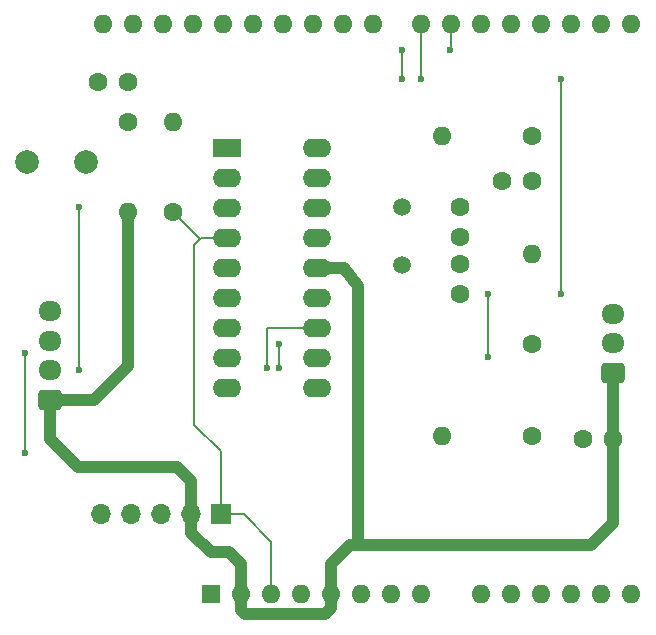
<source format=gbr>
%TF.GenerationSoftware,KiCad,Pcbnew,8.0.8-8.0.8-0~ubuntu22.04.1*%
%TF.CreationDate,2025-01-20T16:52:57+09:00*%
%TF.ProjectId,M252,4d323532-2e6b-4696-9361-645f70636258,2.00*%
%TF.SameCoordinates,Original*%
%TF.FileFunction,Copper,L1,Top*%
%TF.FilePolarity,Positive*%
%FSLAX46Y46*%
G04 Gerber Fmt 4.6, Leading zero omitted, Abs format (unit mm)*
G04 Created by KiCad (PCBNEW 8.0.8-8.0.8-0~ubuntu22.04.1) date 2025-01-20 16:52:57*
%MOMM*%
%LPD*%
G01*
G04 APERTURE LIST*
G04 Aperture macros list*
%AMRoundRect*
0 Rectangle with rounded corners*
0 $1 Rounding radius*
0 $2 $3 $4 $5 $6 $7 $8 $9 X,Y pos of 4 corners*
0 Add a 4 corners polygon primitive as box body*
4,1,4,$2,$3,$4,$5,$6,$7,$8,$9,$2,$3,0*
0 Add four circle primitives for the rounded corners*
1,1,$1+$1,$2,$3*
1,1,$1+$1,$4,$5*
1,1,$1+$1,$6,$7*
1,1,$1+$1,$8,$9*
0 Add four rect primitives between the rounded corners*
20,1,$1+$1,$2,$3,$4,$5,0*
20,1,$1+$1,$4,$5,$6,$7,0*
20,1,$1+$1,$6,$7,$8,$9,0*
20,1,$1+$1,$8,$9,$2,$3,0*%
G04 Aperture macros list end*
%TA.AperFunction,ComponentPad*%
%ADD10R,1.600000X1.600000*%
%TD*%
%TA.AperFunction,ComponentPad*%
%ADD11O,1.600000X1.600000*%
%TD*%
%TA.AperFunction,ComponentPad*%
%ADD12RoundRect,0.250000X0.725000X-0.600000X0.725000X0.600000X-0.725000X0.600000X-0.725000X-0.600000X0*%
%TD*%
%TA.AperFunction,ComponentPad*%
%ADD13O,1.950000X1.700000*%
%TD*%
%TA.AperFunction,ComponentPad*%
%ADD14C,1.600000*%
%TD*%
%TA.AperFunction,ComponentPad*%
%ADD15C,2.000000*%
%TD*%
%TA.AperFunction,ComponentPad*%
%ADD16R,2.400000X1.600000*%
%TD*%
%TA.AperFunction,ComponentPad*%
%ADD17O,2.400000X1.600000*%
%TD*%
%TA.AperFunction,ComponentPad*%
%ADD18C,1.500000*%
%TD*%
%TA.AperFunction,ComponentPad*%
%ADD19R,1.700000X1.700000*%
%TD*%
%TA.AperFunction,ComponentPad*%
%ADD20O,1.700000X1.700000*%
%TD*%
%TA.AperFunction,ViaPad*%
%ADD21C,0.600000*%
%TD*%
%TA.AperFunction,Conductor*%
%ADD22C,1.000000*%
%TD*%
%TA.AperFunction,Conductor*%
%ADD23C,0.200000*%
%TD*%
G04 APERTURE END LIST*
D10*
%TO.P,REF\u002A\u002A,1*%
%TO.N,N/C*%
X115230000Y-104760000D03*
D11*
%TO.P,REF\u002A\u002A,2*%
%TO.N,+5V*%
X117770000Y-104760000D03*
%TO.P,REF\u002A\u002A,3*%
%TO.N,Net-(IC101-RA5{slash}~{MCLR}{slash}VPP)*%
X120310000Y-104760000D03*
%TO.P,REF\u002A\u002A,4*%
%TO.N,N/C*%
X122850000Y-104760000D03*
%TO.P,REF\u002A\u002A,5*%
%TO.N,+5V*%
X125390000Y-104760000D03*
%TO.P,REF\u002A\u002A,6*%
%TO.N,GND*%
X127930000Y-104760000D03*
%TO.P,REF\u002A\u002A,7*%
X130470000Y-104760000D03*
%TO.P,REF\u002A\u002A,8*%
%TO.N,N/C*%
X133010000Y-104760000D03*
%TO.P,REF\u002A\u002A,9*%
X138090000Y-104760000D03*
%TO.P,REF\u002A\u002A,10*%
X140630000Y-104760000D03*
%TO.P,REF\u002A\u002A,11*%
X143170000Y-104760000D03*
%TO.P,REF\u002A\u002A,12*%
X145710000Y-104760000D03*
%TO.P,REF\u002A\u002A,13*%
X148250000Y-104760000D03*
%TO.P,REF\u002A\u002A,14*%
X150790000Y-104760000D03*
%TO.P,REF\u002A\u002A,15*%
X150790000Y-56500000D03*
%TO.P,REF\u002A\u002A,16*%
X148250000Y-56500000D03*
%TO.P,REF\u002A\u002A,17*%
X145710000Y-56500000D03*
%TO.P,REF\u002A\u002A,18*%
X143170000Y-56500000D03*
%TO.P,REF\u002A\u002A,19*%
X140630000Y-56500000D03*
%TO.P,REF\u002A\u002A,20*%
X138090000Y-56500000D03*
%TO.P,REF\u002A\u002A,21*%
%TO.N,/TB2_RX*%
X135550000Y-56500000D03*
%TO.P,REF\u002A\u002A,22*%
%TO.N,/TB2_TX*%
X133010000Y-56500000D03*
%TO.P,REF\u002A\u002A,23*%
%TO.N,N/C*%
X128950000Y-56500000D03*
%TO.P,REF\u002A\u002A,24*%
X126410000Y-56500000D03*
%TO.P,REF\u002A\u002A,25*%
X123870000Y-56500000D03*
%TO.P,REF\u002A\u002A,26*%
X121330000Y-56500000D03*
%TO.P,REF\u002A\u002A,27*%
X118790000Y-56500000D03*
%TO.P,REF\u002A\u002A,28*%
X116250000Y-56500000D03*
%TO.P,REF\u002A\u002A,29*%
%TO.N,GND*%
X113710000Y-56500000D03*
%TO.P,REF\u002A\u002A,30*%
%TO.N,N/C*%
X111170000Y-56500000D03*
%TO.P,REF\u002A\u002A,31*%
X108630000Y-56500000D03*
%TO.P,REF\u002A\u002A,32*%
X106090000Y-56500000D03*
%TD*%
D12*
%TO.P,J101,1,Pin_1*%
%TO.N,+5V*%
X101600000Y-88300000D03*
D13*
%TO.P,J101,2,Pin_2*%
%TO.N,/TB2_RX*%
X101600000Y-85800000D03*
%TO.P,J101,3,Pin_3*%
%TO.N,/TB2_TX*%
X101600000Y-83300000D03*
%TO.P,J101,4,Pin_4*%
%TO.N,GND*%
X101600000Y-80800000D03*
%TD*%
D14*
%TO.P,R101,1,1*%
%TO.N,Net-(C104-Pad1)*%
X108200000Y-64780000D03*
D11*
%TO.P,R101,2,2*%
%TO.N,+5V*%
X108200000Y-72400000D03*
%TD*%
D14*
%TO.P,C102,1,1*%
%TO.N,Net-(IC101-RA6)*%
X136362000Y-76800000D03*
%TO.P,C102,2,2*%
%TO.N,GND*%
X136362000Y-79300000D03*
%TD*%
D15*
%TO.P,SW101,1,1*%
%TO.N,Net-(C104-Pad1)*%
X104700000Y-68200000D03*
%TO.P,SW101,2,2*%
%TO.N,GND*%
X99700000Y-68200000D03*
%TD*%
D14*
%TO.P,R104,1,1*%
%TO.N,Net-(J103-Pin_2)*%
X142400000Y-83600000D03*
D11*
%TO.P,R104,2,2*%
%TO.N,Net-(IC101-RA4)*%
X142400000Y-75980000D03*
%TD*%
D14*
%TO.P,R105,1,1*%
%TO.N,Net-(J103-Pin_2)*%
X142410000Y-91400000D03*
D11*
%TO.P,R105,2,2*%
%TO.N,GND*%
X134790000Y-91400000D03*
%TD*%
D16*
%TO.P,IC101,1,RA2*%
%TO.N,unconnected-(IC101-RA2-Pad1)*%
X116580000Y-66980000D03*
D17*
%TO.P,IC101,2,RA3*%
%TO.N,unconnected-(IC101-RA3-Pad2)*%
X116580000Y-69520000D03*
%TO.P,IC101,3,RA4*%
%TO.N,Net-(IC101-RA4)*%
X116580000Y-72060000D03*
%TO.P,IC101,4,RA5/~{MCLR}/VPP*%
%TO.N,Net-(IC101-RA5{slash}~{MCLR}{slash}VPP)*%
X116580000Y-74600000D03*
%TO.P,IC101,5,VSS*%
%TO.N,GND*%
X116580000Y-77140000D03*
%TO.P,IC101,6,RB0*%
%TO.N,Net-(IC101-RB0)*%
X116580000Y-79680000D03*
%TO.P,IC101,7,RB1*%
%TO.N,unconnected-(IC101-RB1-Pad7)*%
X116580000Y-82220000D03*
%TO.P,IC101,8,RB2*%
%TO.N,/TB2_RX*%
X116580000Y-84760000D03*
%TO.P,IC101,9,RB3*%
%TO.N,unconnected-(IC101-RB3-Pad9)*%
X116580000Y-87300000D03*
%TO.P,IC101,10,RB4*%
%TO.N,unconnected-(IC101-RB4-Pad10)*%
X124200000Y-87300000D03*
%TO.P,IC101,11,RB5*%
%TO.N,/TB2_TX*%
X124200000Y-84760000D03*
%TO.P,IC101,12,RB6*%
%TO.N,Net-(IC101-RB6)*%
X124200000Y-82220000D03*
%TO.P,IC101,13,RB7*%
%TO.N,Net-(IC101-RB7)*%
X124200000Y-79680000D03*
%TO.P,IC101,14,VDD*%
%TO.N,+5V*%
X124200000Y-77140000D03*
%TO.P,IC101,15,RA6*%
%TO.N,Net-(IC101-RA6)*%
X124200000Y-74600000D03*
%TO.P,IC101,16,RA7*%
%TO.N,Net-(IC101-RA7)*%
X124200000Y-72060000D03*
%TO.P,IC101,17,RA0*%
%TO.N,unconnected-(IC101-RA0-Pad17)*%
X124200000Y-69520000D03*
%TO.P,IC101,18,RA1*%
%TO.N,unconnected-(IC101-RA1-Pad18)*%
X124200000Y-66980000D03*
%TD*%
D14*
%TO.P,C101,1*%
%TO.N,GND*%
X146750000Y-91600000D03*
%TO.P,C101,2*%
%TO.N,+5V*%
X149250000Y-91600000D03*
%TD*%
D18*
%TO.P,Q101,1,1*%
%TO.N,Net-(IC101-RA7)*%
X131400000Y-72000000D03*
%TO.P,Q101,2,2*%
%TO.N,Net-(IC101-RA6)*%
X131400000Y-76880000D03*
%TD*%
D14*
%TO.P,R103,1,1*%
%TO.N,Net-(IC101-RA4)*%
X142410000Y-66000000D03*
D11*
%TO.P,R103,2,2*%
%TO.N,Net-(IC101-RB0)*%
X134790000Y-66000000D03*
%TD*%
D14*
%TO.P,C104,1,1*%
%TO.N,Net-(C104-Pad1)*%
X108200000Y-61400000D03*
%TO.P,C104,2,2*%
%TO.N,GND*%
X105700000Y-61400000D03*
%TD*%
D19*
%TO.P,J102,1,Pin_1*%
%TO.N,Net-(IC101-RA5{slash}~{MCLR}{slash}VPP)*%
X116075000Y-98000000D03*
D20*
%TO.P,J102,2,Pin_2*%
%TO.N,+5V*%
X113535000Y-98000000D03*
%TO.P,J102,3,Pin_3*%
%TO.N,GND*%
X110995000Y-98000000D03*
%TO.P,J102,4,Pin_4*%
%TO.N,Net-(IC101-RB7)*%
X108455000Y-98000000D03*
%TO.P,J102,5,Pin_5*%
%TO.N,Net-(IC101-RB6)*%
X105915000Y-98000000D03*
%TD*%
D14*
%TO.P,C105,1,1*%
%TO.N,Net-(IC101-RA4)*%
X142400000Y-69800000D03*
%TO.P,C105,2,2*%
%TO.N,GND*%
X139900000Y-69800000D03*
%TD*%
%TO.P,R102,1,1*%
%TO.N,Net-(IC101-RA5{slash}~{MCLR}{slash}VPP)*%
X112000000Y-72410000D03*
D11*
%TO.P,R102,2,2*%
%TO.N,Net-(C104-Pad1)*%
X112000000Y-64790000D03*
%TD*%
D12*
%TO.P,J103,1,Pin_1*%
%TO.N,+5V*%
X149250000Y-86000000D03*
D13*
%TO.P,J103,2,Pin_2*%
%TO.N,Net-(J103-Pin_2)*%
X149250000Y-83500000D03*
%TO.P,J103,3,Pin_3*%
%TO.N,unconnected-(J103-Pin_3-Pad3)*%
X149250000Y-81000000D03*
%TD*%
D14*
%TO.P,C103,1,1*%
%TO.N,Net-(IC101-RA7)*%
X136336600Y-72000000D03*
%TO.P,C103,2,2*%
%TO.N,GND*%
X136336600Y-74500000D03*
%TD*%
D21*
%TO.N,Net-(IC101-RB6)*%
X120000000Y-85600000D03*
%TO.N,/TB2_RX*%
X104100000Y-85800000D03*
X135500000Y-58700000D03*
X131400000Y-58700000D03*
X104100000Y-72000000D03*
X131400000Y-61100000D03*
%TO.N,/TB2_TX*%
X144900000Y-61100000D03*
X144900000Y-79300000D03*
X138700000Y-79300000D03*
X99500000Y-84300000D03*
X99500000Y-92800000D03*
X133000000Y-61100000D03*
X138700000Y-84700000D03*
%TO.N,Net-(IC101-RB7)*%
X121000000Y-85600000D03*
X121000000Y-83566000D03*
%TD*%
D22*
%TO.N,+5V*%
X125390000Y-104760000D02*
X125390000Y-102210000D01*
X113535000Y-99535000D02*
X115200000Y-101200000D01*
X149250000Y-98750000D02*
X149250000Y-91600000D01*
X126540000Y-77140000D02*
X127700000Y-78700000D01*
X115200000Y-101200000D02*
X116800000Y-101200000D01*
X116800000Y-101200000D02*
X117770000Y-102170000D01*
X105300000Y-88300000D02*
X108200000Y-85400000D01*
X112400000Y-94000000D02*
X113535000Y-95135000D01*
X124200000Y-77140000D02*
X126540000Y-77140000D01*
X104000000Y-94000000D02*
X112400000Y-94000000D01*
X113535000Y-95135000D02*
X113535000Y-98000000D01*
X117770000Y-106070000D02*
X118130000Y-106430000D01*
X125390000Y-105910000D02*
X125390000Y-104760000D01*
X147400000Y-100600000D02*
X149250000Y-98750000D01*
X101600000Y-88300000D02*
X101600000Y-91600000D01*
X101600000Y-91600000D02*
X104000000Y-94000000D01*
X125390000Y-102210000D02*
X127000000Y-100600000D01*
X117770000Y-104760000D02*
X117770000Y-106070000D01*
X118130000Y-106430000D02*
X124870000Y-106430000D01*
X131400000Y-100600000D02*
X147400000Y-100600000D01*
X113535000Y-98000000D02*
X113535000Y-99535000D01*
X149250000Y-91600000D02*
X149250000Y-86000000D01*
X101600000Y-88300000D02*
X105300000Y-88300000D01*
X127000000Y-100600000D02*
X131400000Y-100600000D01*
X117770000Y-102170000D02*
X117770000Y-104760000D01*
X124870000Y-106430000D02*
X125390000Y-105910000D01*
X108200000Y-85400000D02*
X108200000Y-72400000D01*
X127700000Y-78700000D02*
X127700000Y-100400000D01*
D23*
%TO.N,Net-(IC101-RB6)*%
X120000000Y-85600000D02*
X120000000Y-82200000D01*
X120000000Y-82200000D02*
X124200000Y-82220000D01*
%TO.N,/TB2_RX*%
X135550000Y-58650000D02*
X135550000Y-56500000D01*
X135500000Y-58700000D02*
X135550000Y-58650000D01*
X104100000Y-72000000D02*
X104100000Y-85800000D01*
X131400000Y-61100000D02*
X131400000Y-58700000D01*
%TO.N,/TB2_TX*%
X133010000Y-60310000D02*
X133010000Y-56500000D01*
X99500000Y-84300000D02*
X99500000Y-92800000D01*
X144900000Y-61100000D02*
X144900000Y-79300000D01*
X138700000Y-84700000D02*
X138700000Y-79300000D01*
X133000000Y-61100000D02*
X133010000Y-60310000D01*
%TO.N,Net-(IC101-RB7)*%
X121000000Y-83566000D02*
X121000000Y-85600000D01*
%TO.N,Net-(IC101-RA5{slash}~{MCLR}{slash}VPP)*%
X112000000Y-72410000D02*
X114200000Y-74610000D01*
X113800000Y-90400000D02*
X116075000Y-92675000D01*
X114200000Y-74800000D02*
X113800000Y-75200000D01*
X116075000Y-98000000D02*
X118000000Y-98000000D01*
X114400000Y-74600000D02*
X114200000Y-74800000D01*
X120310000Y-100310000D02*
X120310000Y-104760000D01*
X114200000Y-74610000D02*
X114200000Y-74800000D01*
X116580000Y-74600000D02*
X114400000Y-74600000D01*
X118000000Y-98000000D02*
X120310000Y-100310000D01*
X116075000Y-92675000D02*
X116075000Y-98000000D01*
X113800000Y-75200000D02*
X113800000Y-90400000D01*
%TD*%
M02*

</source>
